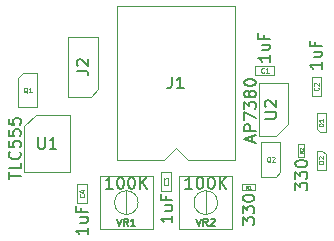
<source format=gbr>
%TF.GenerationSoftware,KiCad,Pcbnew,8.0.4*%
%TF.CreationDate,2024-09-07T16:18:19-07:00*%
%TF.ProjectId,upiez,75706965-7a2e-46b6-9963-61645f706362,rev?*%
%TF.SameCoordinates,Original*%
%TF.FileFunction,AssemblyDrawing,Top*%
%FSLAX46Y46*%
G04 Gerber Fmt 4.6, Leading zero omitted, Abs format (unit mm)*
G04 Created by KiCad (PCBNEW 8.0.4) date 2024-09-07 16:18:19*
%MOMM*%
%LPD*%
G01*
G04 APERTURE LIST*
%ADD10C,0.150000*%
%ADD11C,0.060000*%
%ADD12C,0.040000*%
%ADD13C,0.100000*%
G04 APERTURE END LIST*
D10*
X39977219Y-43318038D02*
X39977219Y-43889466D01*
X39977219Y-43603752D02*
X38977219Y-43603752D01*
X38977219Y-43603752D02*
X39120076Y-43698990D01*
X39120076Y-43698990D02*
X39215314Y-43794228D01*
X39215314Y-43794228D02*
X39262933Y-43889466D01*
X39310552Y-42460895D02*
X39977219Y-42460895D01*
X39310552Y-42889466D02*
X39834361Y-42889466D01*
X39834361Y-42889466D02*
X39929600Y-42841847D01*
X39929600Y-42841847D02*
X39977219Y-42746609D01*
X39977219Y-42746609D02*
X39977219Y-42603752D01*
X39977219Y-42603752D02*
X39929600Y-42508514D01*
X39929600Y-42508514D02*
X39881980Y-42460895D01*
X39453409Y-41651371D02*
X39453409Y-41984704D01*
X39977219Y-41984704D02*
X38977219Y-41984704D01*
X38977219Y-41984704D02*
X38977219Y-41508514D01*
D11*
X39590032Y-40503466D02*
X39609080Y-40522514D01*
X39609080Y-40522514D02*
X39628127Y-40579656D01*
X39628127Y-40579656D02*
X39628127Y-40617752D01*
X39628127Y-40617752D02*
X39609080Y-40674895D01*
X39609080Y-40674895D02*
X39570984Y-40712990D01*
X39570984Y-40712990D02*
X39532889Y-40732037D01*
X39532889Y-40732037D02*
X39456699Y-40751085D01*
X39456699Y-40751085D02*
X39399556Y-40751085D01*
X39399556Y-40751085D02*
X39323365Y-40732037D01*
X39323365Y-40732037D02*
X39285270Y-40712990D01*
X39285270Y-40712990D02*
X39247175Y-40674895D01*
X39247175Y-40674895D02*
X39228127Y-40617752D01*
X39228127Y-40617752D02*
X39228127Y-40579656D01*
X39228127Y-40579656D02*
X39247175Y-40522514D01*
X39247175Y-40522514D02*
X39266222Y-40503466D01*
X39228127Y-40370133D02*
X39228127Y-40122514D01*
X39228127Y-40122514D02*
X39380508Y-40255847D01*
X39380508Y-40255847D02*
X39380508Y-40198704D01*
X39380508Y-40198704D02*
X39399556Y-40160609D01*
X39399556Y-40160609D02*
X39418603Y-40141561D01*
X39418603Y-40141561D02*
X39456699Y-40122514D01*
X39456699Y-40122514D02*
X39551937Y-40122514D01*
X39551937Y-40122514D02*
X39590032Y-40141561D01*
X39590032Y-40141561D02*
X39609080Y-40160609D01*
X39609080Y-40160609D02*
X39628127Y-40198704D01*
X39628127Y-40198704D02*
X39628127Y-40312990D01*
X39628127Y-40312990D02*
X39609080Y-40351085D01*
X39609080Y-40351085D02*
X39590032Y-40370133D01*
D10*
X41632333Y-41044019D02*
X41060905Y-41044019D01*
X41346619Y-41044019D02*
X41346619Y-40044019D01*
X41346619Y-40044019D02*
X41251381Y-40186876D01*
X41251381Y-40186876D02*
X41156143Y-40282114D01*
X41156143Y-40282114D02*
X41060905Y-40329733D01*
X42251381Y-40044019D02*
X42346619Y-40044019D01*
X42346619Y-40044019D02*
X42441857Y-40091638D01*
X42441857Y-40091638D02*
X42489476Y-40139257D01*
X42489476Y-40139257D02*
X42537095Y-40234495D01*
X42537095Y-40234495D02*
X42584714Y-40424971D01*
X42584714Y-40424971D02*
X42584714Y-40663066D01*
X42584714Y-40663066D02*
X42537095Y-40853542D01*
X42537095Y-40853542D02*
X42489476Y-40948780D01*
X42489476Y-40948780D02*
X42441857Y-40996400D01*
X42441857Y-40996400D02*
X42346619Y-41044019D01*
X42346619Y-41044019D02*
X42251381Y-41044019D01*
X42251381Y-41044019D02*
X42156143Y-40996400D01*
X42156143Y-40996400D02*
X42108524Y-40948780D01*
X42108524Y-40948780D02*
X42060905Y-40853542D01*
X42060905Y-40853542D02*
X42013286Y-40663066D01*
X42013286Y-40663066D02*
X42013286Y-40424971D01*
X42013286Y-40424971D02*
X42060905Y-40234495D01*
X42060905Y-40234495D02*
X42108524Y-40139257D01*
X42108524Y-40139257D02*
X42156143Y-40091638D01*
X42156143Y-40091638D02*
X42251381Y-40044019D01*
X43203762Y-40044019D02*
X43299000Y-40044019D01*
X43299000Y-40044019D02*
X43394238Y-40091638D01*
X43394238Y-40091638D02*
X43441857Y-40139257D01*
X43441857Y-40139257D02*
X43489476Y-40234495D01*
X43489476Y-40234495D02*
X43537095Y-40424971D01*
X43537095Y-40424971D02*
X43537095Y-40663066D01*
X43537095Y-40663066D02*
X43489476Y-40853542D01*
X43489476Y-40853542D02*
X43441857Y-40948780D01*
X43441857Y-40948780D02*
X43394238Y-40996400D01*
X43394238Y-40996400D02*
X43299000Y-41044019D01*
X43299000Y-41044019D02*
X43203762Y-41044019D01*
X43203762Y-41044019D02*
X43108524Y-40996400D01*
X43108524Y-40996400D02*
X43060905Y-40948780D01*
X43060905Y-40948780D02*
X43013286Y-40853542D01*
X43013286Y-40853542D02*
X42965667Y-40663066D01*
X42965667Y-40663066D02*
X42965667Y-40424971D01*
X42965667Y-40424971D02*
X43013286Y-40234495D01*
X43013286Y-40234495D02*
X43060905Y-40139257D01*
X43060905Y-40139257D02*
X43108524Y-40091638D01*
X43108524Y-40091638D02*
X43203762Y-40044019D01*
X43965667Y-41044019D02*
X43965667Y-40044019D01*
X44537095Y-41044019D02*
X44108524Y-40472590D01*
X44537095Y-40044019D02*
X43965667Y-40615447D01*
X41974000Y-43568450D02*
X42184000Y-44198450D01*
X42184000Y-44198450D02*
X42394000Y-43568450D01*
X42964000Y-44198450D02*
X42754000Y-43898450D01*
X42604000Y-44198450D02*
X42604000Y-43568450D01*
X42604000Y-43568450D02*
X42844000Y-43568450D01*
X42844000Y-43568450D02*
X42904000Y-43598450D01*
X42904000Y-43598450D02*
X42934000Y-43628450D01*
X42934000Y-43628450D02*
X42964000Y-43688450D01*
X42964000Y-43688450D02*
X42964000Y-43778450D01*
X42964000Y-43778450D02*
X42934000Y-43838450D01*
X42934000Y-43838450D02*
X42904000Y-43868450D01*
X42904000Y-43868450D02*
X42844000Y-43898450D01*
X42844000Y-43898450D02*
X42604000Y-43898450D01*
X43204000Y-43628450D02*
X43234000Y-43598450D01*
X43234000Y-43598450D02*
X43294000Y-43568450D01*
X43294000Y-43568450D02*
X43444000Y-43568450D01*
X43444000Y-43568450D02*
X43504000Y-43598450D01*
X43504000Y-43598450D02*
X43534000Y-43628450D01*
X43534000Y-43628450D02*
X43564000Y-43688450D01*
X43564000Y-43688450D02*
X43564000Y-43748450D01*
X43564000Y-43748450D02*
X43534000Y-43838450D01*
X43534000Y-43838450D02*
X43174000Y-44198450D01*
X43174000Y-44198450D02*
X43564000Y-44198450D01*
X26124819Y-40211047D02*
X26124819Y-39639619D01*
X27124819Y-39925333D02*
X26124819Y-39925333D01*
X27124819Y-38830095D02*
X27124819Y-39306285D01*
X27124819Y-39306285D02*
X26124819Y-39306285D01*
X27029580Y-37925333D02*
X27077200Y-37972952D01*
X27077200Y-37972952D02*
X27124819Y-38115809D01*
X27124819Y-38115809D02*
X27124819Y-38211047D01*
X27124819Y-38211047D02*
X27077200Y-38353904D01*
X27077200Y-38353904D02*
X26981961Y-38449142D01*
X26981961Y-38449142D02*
X26886723Y-38496761D01*
X26886723Y-38496761D02*
X26696247Y-38544380D01*
X26696247Y-38544380D02*
X26553390Y-38544380D01*
X26553390Y-38544380D02*
X26362914Y-38496761D01*
X26362914Y-38496761D02*
X26267676Y-38449142D01*
X26267676Y-38449142D02*
X26172438Y-38353904D01*
X26172438Y-38353904D02*
X26124819Y-38211047D01*
X26124819Y-38211047D02*
X26124819Y-38115809D01*
X26124819Y-38115809D02*
X26172438Y-37972952D01*
X26172438Y-37972952D02*
X26220057Y-37925333D01*
X26124819Y-37020571D02*
X26124819Y-37496761D01*
X26124819Y-37496761D02*
X26601009Y-37544380D01*
X26601009Y-37544380D02*
X26553390Y-37496761D01*
X26553390Y-37496761D02*
X26505771Y-37401523D01*
X26505771Y-37401523D02*
X26505771Y-37163428D01*
X26505771Y-37163428D02*
X26553390Y-37068190D01*
X26553390Y-37068190D02*
X26601009Y-37020571D01*
X26601009Y-37020571D02*
X26696247Y-36972952D01*
X26696247Y-36972952D02*
X26934342Y-36972952D01*
X26934342Y-36972952D02*
X27029580Y-37020571D01*
X27029580Y-37020571D02*
X27077200Y-37068190D01*
X27077200Y-37068190D02*
X27124819Y-37163428D01*
X27124819Y-37163428D02*
X27124819Y-37401523D01*
X27124819Y-37401523D02*
X27077200Y-37496761D01*
X27077200Y-37496761D02*
X27029580Y-37544380D01*
X26124819Y-36068190D02*
X26124819Y-36544380D01*
X26124819Y-36544380D02*
X26601009Y-36591999D01*
X26601009Y-36591999D02*
X26553390Y-36544380D01*
X26553390Y-36544380D02*
X26505771Y-36449142D01*
X26505771Y-36449142D02*
X26505771Y-36211047D01*
X26505771Y-36211047D02*
X26553390Y-36115809D01*
X26553390Y-36115809D02*
X26601009Y-36068190D01*
X26601009Y-36068190D02*
X26696247Y-36020571D01*
X26696247Y-36020571D02*
X26934342Y-36020571D01*
X26934342Y-36020571D02*
X27029580Y-36068190D01*
X27029580Y-36068190D02*
X27077200Y-36115809D01*
X27077200Y-36115809D02*
X27124819Y-36211047D01*
X27124819Y-36211047D02*
X27124819Y-36449142D01*
X27124819Y-36449142D02*
X27077200Y-36544380D01*
X27077200Y-36544380D02*
X27029580Y-36591999D01*
X26124819Y-35115809D02*
X26124819Y-35591999D01*
X26124819Y-35591999D02*
X26601009Y-35639618D01*
X26601009Y-35639618D02*
X26553390Y-35591999D01*
X26553390Y-35591999D02*
X26505771Y-35496761D01*
X26505771Y-35496761D02*
X26505771Y-35258666D01*
X26505771Y-35258666D02*
X26553390Y-35163428D01*
X26553390Y-35163428D02*
X26601009Y-35115809D01*
X26601009Y-35115809D02*
X26696247Y-35068190D01*
X26696247Y-35068190D02*
X26934342Y-35068190D01*
X26934342Y-35068190D02*
X27029580Y-35115809D01*
X27029580Y-35115809D02*
X27077200Y-35163428D01*
X27077200Y-35163428D02*
X27124819Y-35258666D01*
X27124819Y-35258666D02*
X27124819Y-35496761D01*
X27124819Y-35496761D02*
X27077200Y-35591999D01*
X27077200Y-35591999D02*
X27029580Y-35639618D01*
X28615733Y-36676566D02*
X28615733Y-37469900D01*
X28615733Y-37469900D02*
X28662400Y-37563233D01*
X28662400Y-37563233D02*
X28709066Y-37609900D01*
X28709066Y-37609900D02*
X28802400Y-37656566D01*
X28802400Y-37656566D02*
X28989066Y-37656566D01*
X28989066Y-37656566D02*
X29082400Y-37609900D01*
X29082400Y-37609900D02*
X29129066Y-37563233D01*
X29129066Y-37563233D02*
X29175733Y-37469900D01*
X29175733Y-37469900D02*
X29175733Y-36676566D01*
X30155733Y-37656566D02*
X29595733Y-37656566D01*
X29875733Y-37656566D02*
X29875733Y-36676566D01*
X29875733Y-36676566D02*
X29782400Y-36816566D01*
X29782400Y-36816566D02*
X29689067Y-36909900D01*
X29689067Y-36909900D02*
X29595733Y-36956566D01*
X31865219Y-31067333D02*
X32579504Y-31067333D01*
X32579504Y-31067333D02*
X32722361Y-31114952D01*
X32722361Y-31114952D02*
X32817600Y-31210190D01*
X32817600Y-31210190D02*
X32865219Y-31353047D01*
X32865219Y-31353047D02*
X32865219Y-31448285D01*
X31960457Y-30638761D02*
X31912838Y-30591142D01*
X31912838Y-30591142D02*
X31865219Y-30495904D01*
X31865219Y-30495904D02*
X31865219Y-30257809D01*
X31865219Y-30257809D02*
X31912838Y-30162571D01*
X31912838Y-30162571D02*
X31960457Y-30114952D01*
X31960457Y-30114952D02*
X32055695Y-30067333D01*
X32055695Y-30067333D02*
X32150933Y-30067333D01*
X32150933Y-30067333D02*
X32293790Y-30114952D01*
X32293790Y-30114952D02*
X32865219Y-30686380D01*
X32865219Y-30686380D02*
X32865219Y-30067333D01*
D11*
X52759927Y-38918437D02*
X52359927Y-38918437D01*
X52359927Y-38918437D02*
X52359927Y-38823199D01*
X52359927Y-38823199D02*
X52378975Y-38766056D01*
X52378975Y-38766056D02*
X52417070Y-38727961D01*
X52417070Y-38727961D02*
X52455165Y-38708914D01*
X52455165Y-38708914D02*
X52531356Y-38689866D01*
X52531356Y-38689866D02*
X52588499Y-38689866D01*
X52588499Y-38689866D02*
X52664689Y-38708914D01*
X52664689Y-38708914D02*
X52702784Y-38727961D01*
X52702784Y-38727961D02*
X52740880Y-38766056D01*
X52740880Y-38766056D02*
X52759927Y-38823199D01*
X52759927Y-38823199D02*
X52759927Y-38918437D01*
X52398022Y-38537485D02*
X52378975Y-38518437D01*
X52378975Y-38518437D02*
X52359927Y-38480342D01*
X52359927Y-38480342D02*
X52359927Y-38385104D01*
X52359927Y-38385104D02*
X52378975Y-38347009D01*
X52378975Y-38347009D02*
X52398022Y-38327961D01*
X52398022Y-38327961D02*
X52436118Y-38308914D01*
X52436118Y-38308914D02*
X52474213Y-38308914D01*
X52474213Y-38308914D02*
X52531356Y-38327961D01*
X52531356Y-38327961D02*
X52759927Y-38556533D01*
X52759927Y-38556533D02*
X52759927Y-38308914D01*
D10*
X39925666Y-31546819D02*
X39925666Y-32261104D01*
X39925666Y-32261104D02*
X39878047Y-32403961D01*
X39878047Y-32403961D02*
X39782809Y-32499200D01*
X39782809Y-32499200D02*
X39639952Y-32546819D01*
X39639952Y-32546819D02*
X39544714Y-32546819D01*
X40925666Y-32546819D02*
X40354238Y-32546819D01*
X40639952Y-32546819D02*
X40639952Y-31546819D01*
X40639952Y-31546819D02*
X40544714Y-31689676D01*
X40544714Y-31689676D02*
X40449476Y-31784914D01*
X40449476Y-31784914D02*
X40354238Y-31832533D01*
X52601019Y-30313238D02*
X52601019Y-30884666D01*
X52601019Y-30598952D02*
X51601019Y-30598952D01*
X51601019Y-30598952D02*
X51743876Y-30694190D01*
X51743876Y-30694190D02*
X51839114Y-30789428D01*
X51839114Y-30789428D02*
X51886733Y-30884666D01*
X51934352Y-29456095D02*
X52601019Y-29456095D01*
X51934352Y-29884666D02*
X52458161Y-29884666D01*
X52458161Y-29884666D02*
X52553400Y-29837047D01*
X52553400Y-29837047D02*
X52601019Y-29741809D01*
X52601019Y-29741809D02*
X52601019Y-29598952D01*
X52601019Y-29598952D02*
X52553400Y-29503714D01*
X52553400Y-29503714D02*
X52505780Y-29456095D01*
X52077209Y-28646571D02*
X52077209Y-28979904D01*
X52601019Y-28979904D02*
X51601019Y-28979904D01*
X51601019Y-28979904D02*
X51601019Y-28503714D01*
D11*
X52315432Y-32477066D02*
X52334480Y-32496114D01*
X52334480Y-32496114D02*
X52353527Y-32553256D01*
X52353527Y-32553256D02*
X52353527Y-32591352D01*
X52353527Y-32591352D02*
X52334480Y-32648495D01*
X52334480Y-32648495D02*
X52296384Y-32686590D01*
X52296384Y-32686590D02*
X52258289Y-32705637D01*
X52258289Y-32705637D02*
X52182099Y-32724685D01*
X52182099Y-32724685D02*
X52124956Y-32724685D01*
X52124956Y-32724685D02*
X52048765Y-32705637D01*
X52048765Y-32705637D02*
X52010670Y-32686590D01*
X52010670Y-32686590D02*
X51972575Y-32648495D01*
X51972575Y-32648495D02*
X51953527Y-32591352D01*
X51953527Y-32591352D02*
X51953527Y-32553256D01*
X51953527Y-32553256D02*
X51972575Y-32496114D01*
X51972575Y-32496114D02*
X51991622Y-32477066D01*
X51991622Y-32324685D02*
X51972575Y-32305637D01*
X51972575Y-32305637D02*
X51953527Y-32267542D01*
X51953527Y-32267542D02*
X51953527Y-32172304D01*
X51953527Y-32172304D02*
X51972575Y-32134209D01*
X51972575Y-32134209D02*
X51991622Y-32115161D01*
X51991622Y-32115161D02*
X52029718Y-32096114D01*
X52029718Y-32096114D02*
X52067813Y-32096114D01*
X52067813Y-32096114D02*
X52124956Y-32115161D01*
X52124956Y-32115161D02*
X52353527Y-32343733D01*
X52353527Y-32343733D02*
X52353527Y-32096114D01*
X52759927Y-35743437D02*
X52359927Y-35743437D01*
X52359927Y-35743437D02*
X52359927Y-35648199D01*
X52359927Y-35648199D02*
X52378975Y-35591056D01*
X52378975Y-35591056D02*
X52417070Y-35552961D01*
X52417070Y-35552961D02*
X52455165Y-35533914D01*
X52455165Y-35533914D02*
X52531356Y-35514866D01*
X52531356Y-35514866D02*
X52588499Y-35514866D01*
X52588499Y-35514866D02*
X52664689Y-35533914D01*
X52664689Y-35533914D02*
X52702784Y-35552961D01*
X52702784Y-35552961D02*
X52740880Y-35591056D01*
X52740880Y-35591056D02*
X52759927Y-35648199D01*
X52759927Y-35648199D02*
X52759927Y-35743437D01*
X52759927Y-35133914D02*
X52759927Y-35362485D01*
X52759927Y-35248199D02*
X52359927Y-35248199D01*
X52359927Y-35248199D02*
X52417070Y-35286295D01*
X52417070Y-35286295D02*
X52455165Y-35324390D01*
X52455165Y-35324390D02*
X52474213Y-35362485D01*
D10*
X50381819Y-41163713D02*
X50381819Y-40544666D01*
X50381819Y-40544666D02*
X50762771Y-40877999D01*
X50762771Y-40877999D02*
X50762771Y-40735142D01*
X50762771Y-40735142D02*
X50810390Y-40639904D01*
X50810390Y-40639904D02*
X50858009Y-40592285D01*
X50858009Y-40592285D02*
X50953247Y-40544666D01*
X50953247Y-40544666D02*
X51191342Y-40544666D01*
X51191342Y-40544666D02*
X51286580Y-40592285D01*
X51286580Y-40592285D02*
X51334200Y-40639904D01*
X51334200Y-40639904D02*
X51381819Y-40735142D01*
X51381819Y-40735142D02*
X51381819Y-41020856D01*
X51381819Y-41020856D02*
X51334200Y-41116094D01*
X51334200Y-41116094D02*
X51286580Y-41163713D01*
X50381819Y-40211332D02*
X50381819Y-39592285D01*
X50381819Y-39592285D02*
X50762771Y-39925618D01*
X50762771Y-39925618D02*
X50762771Y-39782761D01*
X50762771Y-39782761D02*
X50810390Y-39687523D01*
X50810390Y-39687523D02*
X50858009Y-39639904D01*
X50858009Y-39639904D02*
X50953247Y-39592285D01*
X50953247Y-39592285D02*
X51191342Y-39592285D01*
X51191342Y-39592285D02*
X51286580Y-39639904D01*
X51286580Y-39639904D02*
X51334200Y-39687523D01*
X51334200Y-39687523D02*
X51381819Y-39782761D01*
X51381819Y-39782761D02*
X51381819Y-40068475D01*
X51381819Y-40068475D02*
X51334200Y-40163713D01*
X51334200Y-40163713D02*
X51286580Y-40211332D01*
X50381819Y-38973237D02*
X50381819Y-38877999D01*
X50381819Y-38877999D02*
X50429438Y-38782761D01*
X50429438Y-38782761D02*
X50477057Y-38735142D01*
X50477057Y-38735142D02*
X50572295Y-38687523D01*
X50572295Y-38687523D02*
X50762771Y-38639904D01*
X50762771Y-38639904D02*
X51000866Y-38639904D01*
X51000866Y-38639904D02*
X51191342Y-38687523D01*
X51191342Y-38687523D02*
X51286580Y-38735142D01*
X51286580Y-38735142D02*
X51334200Y-38782761D01*
X51334200Y-38782761D02*
X51381819Y-38877999D01*
X51381819Y-38877999D02*
X51381819Y-38973237D01*
X51381819Y-38973237D02*
X51334200Y-39068475D01*
X51334200Y-39068475D02*
X51286580Y-39116094D01*
X51286580Y-39116094D02*
X51191342Y-39163713D01*
X51191342Y-39163713D02*
X51000866Y-39211332D01*
X51000866Y-39211332D02*
X50762771Y-39211332D01*
X50762771Y-39211332D02*
X50572295Y-39163713D01*
X50572295Y-39163713D02*
X50477057Y-39116094D01*
X50477057Y-39116094D02*
X50429438Y-39068475D01*
X50429438Y-39068475D02*
X50381819Y-38973237D01*
D12*
X50994400Y-37853732D02*
X50870591Y-37940399D01*
X50994400Y-38002304D02*
X50734400Y-38002304D01*
X50734400Y-38002304D02*
X50734400Y-37903256D01*
X50734400Y-37903256D02*
X50746781Y-37878494D01*
X50746781Y-37878494D02*
X50759162Y-37866113D01*
X50759162Y-37866113D02*
X50783924Y-37853732D01*
X50783924Y-37853732D02*
X50821067Y-37853732D01*
X50821067Y-37853732D02*
X50845829Y-37866113D01*
X50845829Y-37866113D02*
X50858210Y-37878494D01*
X50858210Y-37878494D02*
X50870591Y-37903256D01*
X50870591Y-37903256D02*
X50870591Y-38002304D01*
X50759162Y-37754685D02*
X50746781Y-37742304D01*
X50746781Y-37742304D02*
X50734400Y-37717542D01*
X50734400Y-37717542D02*
X50734400Y-37655637D01*
X50734400Y-37655637D02*
X50746781Y-37630875D01*
X50746781Y-37630875D02*
X50759162Y-37618494D01*
X50759162Y-37618494D02*
X50783924Y-37606113D01*
X50783924Y-37606113D02*
X50808686Y-37606113D01*
X50808686Y-37606113D02*
X50845829Y-37618494D01*
X50845829Y-37618494D02*
X50994400Y-37767066D01*
X50994400Y-37767066D02*
X50994400Y-37606113D01*
D10*
X32789019Y-44334038D02*
X32789019Y-44905466D01*
X32789019Y-44619752D02*
X31789019Y-44619752D01*
X31789019Y-44619752D02*
X31931876Y-44714990D01*
X31931876Y-44714990D02*
X32027114Y-44810228D01*
X32027114Y-44810228D02*
X32074733Y-44905466D01*
X32122352Y-43476895D02*
X32789019Y-43476895D01*
X32122352Y-43905466D02*
X32646161Y-43905466D01*
X32646161Y-43905466D02*
X32741400Y-43857847D01*
X32741400Y-43857847D02*
X32789019Y-43762609D01*
X32789019Y-43762609D02*
X32789019Y-43619752D01*
X32789019Y-43619752D02*
X32741400Y-43524514D01*
X32741400Y-43524514D02*
X32693780Y-43476895D01*
X32265209Y-42667371D02*
X32265209Y-43000704D01*
X32789019Y-43000704D02*
X31789019Y-43000704D01*
X31789019Y-43000704D02*
X31789019Y-42524514D01*
D11*
X32478032Y-41519466D02*
X32497080Y-41538514D01*
X32497080Y-41538514D02*
X32516127Y-41595656D01*
X32516127Y-41595656D02*
X32516127Y-41633752D01*
X32516127Y-41633752D02*
X32497080Y-41690895D01*
X32497080Y-41690895D02*
X32458984Y-41728990D01*
X32458984Y-41728990D02*
X32420889Y-41748037D01*
X32420889Y-41748037D02*
X32344699Y-41767085D01*
X32344699Y-41767085D02*
X32287556Y-41767085D01*
X32287556Y-41767085D02*
X32211365Y-41748037D01*
X32211365Y-41748037D02*
X32173270Y-41728990D01*
X32173270Y-41728990D02*
X32135175Y-41690895D01*
X32135175Y-41690895D02*
X32116127Y-41633752D01*
X32116127Y-41633752D02*
X32116127Y-41595656D01*
X32116127Y-41595656D02*
X32135175Y-41538514D01*
X32135175Y-41538514D02*
X32154222Y-41519466D01*
X32249460Y-41176609D02*
X32516127Y-41176609D01*
X32097080Y-41271847D02*
X32382794Y-41367085D01*
X32382794Y-41367085D02*
X32382794Y-41119466D01*
X27698704Y-32920022D02*
X27660609Y-32900975D01*
X27660609Y-32900975D02*
X27622514Y-32862880D01*
X27622514Y-32862880D02*
X27565371Y-32805737D01*
X27565371Y-32805737D02*
X27527276Y-32786689D01*
X27527276Y-32786689D02*
X27489180Y-32786689D01*
X27508228Y-32881927D02*
X27470133Y-32862880D01*
X27470133Y-32862880D02*
X27432038Y-32824784D01*
X27432038Y-32824784D02*
X27412990Y-32748594D01*
X27412990Y-32748594D02*
X27412990Y-32615260D01*
X27412990Y-32615260D02*
X27432038Y-32539070D01*
X27432038Y-32539070D02*
X27470133Y-32500975D01*
X27470133Y-32500975D02*
X27508228Y-32481927D01*
X27508228Y-32481927D02*
X27584419Y-32481927D01*
X27584419Y-32481927D02*
X27622514Y-32500975D01*
X27622514Y-32500975D02*
X27660609Y-32539070D01*
X27660609Y-32539070D02*
X27679657Y-32615260D01*
X27679657Y-32615260D02*
X27679657Y-32748594D01*
X27679657Y-32748594D02*
X27660609Y-32824784D01*
X27660609Y-32824784D02*
X27622514Y-32862880D01*
X27622514Y-32862880D02*
X27584419Y-32881927D01*
X27584419Y-32881927D02*
X27508228Y-32881927D01*
X28060609Y-32881927D02*
X27832038Y-32881927D01*
X27946324Y-32881927D02*
X27946324Y-32481927D01*
X27946324Y-32481927D02*
X27908228Y-32539070D01*
X27908228Y-32539070D02*
X27870133Y-32577165D01*
X27870133Y-32577165D02*
X27832038Y-32596213D01*
D10*
X46752704Y-37059856D02*
X46752704Y-36583666D01*
X47038419Y-37155094D02*
X46038419Y-36821761D01*
X46038419Y-36821761D02*
X47038419Y-36488428D01*
X47038419Y-36155094D02*
X46038419Y-36155094D01*
X46038419Y-36155094D02*
X46038419Y-35774142D01*
X46038419Y-35774142D02*
X46086038Y-35678904D01*
X46086038Y-35678904D02*
X46133657Y-35631285D01*
X46133657Y-35631285D02*
X46228895Y-35583666D01*
X46228895Y-35583666D02*
X46371752Y-35583666D01*
X46371752Y-35583666D02*
X46466990Y-35631285D01*
X46466990Y-35631285D02*
X46514609Y-35678904D01*
X46514609Y-35678904D02*
X46562228Y-35774142D01*
X46562228Y-35774142D02*
X46562228Y-36155094D01*
X46038419Y-35250332D02*
X46038419Y-34583666D01*
X46038419Y-34583666D02*
X47038419Y-35012237D01*
X46038419Y-34297951D02*
X46038419Y-33678904D01*
X46038419Y-33678904D02*
X46419371Y-34012237D01*
X46419371Y-34012237D02*
X46419371Y-33869380D01*
X46419371Y-33869380D02*
X46466990Y-33774142D01*
X46466990Y-33774142D02*
X46514609Y-33726523D01*
X46514609Y-33726523D02*
X46609847Y-33678904D01*
X46609847Y-33678904D02*
X46847942Y-33678904D01*
X46847942Y-33678904D02*
X46943180Y-33726523D01*
X46943180Y-33726523D02*
X46990800Y-33774142D01*
X46990800Y-33774142D02*
X47038419Y-33869380D01*
X47038419Y-33869380D02*
X47038419Y-34155094D01*
X47038419Y-34155094D02*
X46990800Y-34250332D01*
X46990800Y-34250332D02*
X46943180Y-34297951D01*
X46466990Y-33107475D02*
X46419371Y-33202713D01*
X46419371Y-33202713D02*
X46371752Y-33250332D01*
X46371752Y-33250332D02*
X46276514Y-33297951D01*
X46276514Y-33297951D02*
X46228895Y-33297951D01*
X46228895Y-33297951D02*
X46133657Y-33250332D01*
X46133657Y-33250332D02*
X46086038Y-33202713D01*
X46086038Y-33202713D02*
X46038419Y-33107475D01*
X46038419Y-33107475D02*
X46038419Y-32916999D01*
X46038419Y-32916999D02*
X46086038Y-32821761D01*
X46086038Y-32821761D02*
X46133657Y-32774142D01*
X46133657Y-32774142D02*
X46228895Y-32726523D01*
X46228895Y-32726523D02*
X46276514Y-32726523D01*
X46276514Y-32726523D02*
X46371752Y-32774142D01*
X46371752Y-32774142D02*
X46419371Y-32821761D01*
X46419371Y-32821761D02*
X46466990Y-32916999D01*
X46466990Y-32916999D02*
X46466990Y-33107475D01*
X46466990Y-33107475D02*
X46514609Y-33202713D01*
X46514609Y-33202713D02*
X46562228Y-33250332D01*
X46562228Y-33250332D02*
X46657466Y-33297951D01*
X46657466Y-33297951D02*
X46847942Y-33297951D01*
X46847942Y-33297951D02*
X46943180Y-33250332D01*
X46943180Y-33250332D02*
X46990800Y-33202713D01*
X46990800Y-33202713D02*
X47038419Y-33107475D01*
X47038419Y-33107475D02*
X47038419Y-32916999D01*
X47038419Y-32916999D02*
X46990800Y-32821761D01*
X46990800Y-32821761D02*
X46943180Y-32774142D01*
X46943180Y-32774142D02*
X46847942Y-32726523D01*
X46847942Y-32726523D02*
X46657466Y-32726523D01*
X46657466Y-32726523D02*
X46562228Y-32774142D01*
X46562228Y-32774142D02*
X46514609Y-32821761D01*
X46514609Y-32821761D02*
X46466990Y-32916999D01*
X46038419Y-32107475D02*
X46038419Y-32012237D01*
X46038419Y-32012237D02*
X46086038Y-31916999D01*
X46086038Y-31916999D02*
X46133657Y-31869380D01*
X46133657Y-31869380D02*
X46228895Y-31821761D01*
X46228895Y-31821761D02*
X46419371Y-31774142D01*
X46419371Y-31774142D02*
X46657466Y-31774142D01*
X46657466Y-31774142D02*
X46847942Y-31821761D01*
X46847942Y-31821761D02*
X46943180Y-31869380D01*
X46943180Y-31869380D02*
X46990800Y-31916999D01*
X46990800Y-31916999D02*
X47038419Y-32012237D01*
X47038419Y-32012237D02*
X47038419Y-32107475D01*
X47038419Y-32107475D02*
X46990800Y-32202713D01*
X46990800Y-32202713D02*
X46943180Y-32250332D01*
X46943180Y-32250332D02*
X46847942Y-32297951D01*
X46847942Y-32297951D02*
X46657466Y-32345570D01*
X46657466Y-32345570D02*
X46419371Y-32345570D01*
X46419371Y-32345570D02*
X46228895Y-32297951D01*
X46228895Y-32297951D02*
X46133657Y-32250332D01*
X46133657Y-32250332D02*
X46086038Y-32202713D01*
X46086038Y-32202713D02*
X46038419Y-32107475D01*
X47773619Y-35105804D02*
X48583142Y-35105804D01*
X48583142Y-35105804D02*
X48678380Y-35058185D01*
X48678380Y-35058185D02*
X48726000Y-35010566D01*
X48726000Y-35010566D02*
X48773619Y-34915328D01*
X48773619Y-34915328D02*
X48773619Y-34724852D01*
X48773619Y-34724852D02*
X48726000Y-34629614D01*
X48726000Y-34629614D02*
X48678380Y-34581995D01*
X48678380Y-34581995D02*
X48583142Y-34534376D01*
X48583142Y-34534376D02*
X47773619Y-34534376D01*
X47868857Y-34105804D02*
X47821238Y-34058185D01*
X47821238Y-34058185D02*
X47773619Y-33962947D01*
X47773619Y-33962947D02*
X47773619Y-33724852D01*
X47773619Y-33724852D02*
X47821238Y-33629614D01*
X47821238Y-33629614D02*
X47868857Y-33581995D01*
X47868857Y-33581995D02*
X47964095Y-33534376D01*
X47964095Y-33534376D02*
X48059333Y-33534376D01*
X48059333Y-33534376D02*
X48202190Y-33581995D01*
X48202190Y-33581995D02*
X48773619Y-34153423D01*
X48773619Y-34153423D02*
X48773619Y-33534376D01*
X48232219Y-29703638D02*
X48232219Y-30275066D01*
X48232219Y-29989352D02*
X47232219Y-29989352D01*
X47232219Y-29989352D02*
X47375076Y-30084590D01*
X47375076Y-30084590D02*
X47470314Y-30179828D01*
X47470314Y-30179828D02*
X47517933Y-30275066D01*
X47565552Y-28846495D02*
X48232219Y-28846495D01*
X47565552Y-29275066D02*
X48089361Y-29275066D01*
X48089361Y-29275066D02*
X48184600Y-29227447D01*
X48184600Y-29227447D02*
X48232219Y-29132209D01*
X48232219Y-29132209D02*
X48232219Y-28989352D01*
X48232219Y-28989352D02*
X48184600Y-28894114D01*
X48184600Y-28894114D02*
X48136980Y-28846495D01*
X47708409Y-28036971D02*
X47708409Y-28370304D01*
X48232219Y-28370304D02*
X47232219Y-28370304D01*
X47232219Y-28370304D02*
X47232219Y-27894114D01*
D11*
X47736133Y-31182632D02*
X47717085Y-31201680D01*
X47717085Y-31201680D02*
X47659943Y-31220727D01*
X47659943Y-31220727D02*
X47621847Y-31220727D01*
X47621847Y-31220727D02*
X47564704Y-31201680D01*
X47564704Y-31201680D02*
X47526609Y-31163584D01*
X47526609Y-31163584D02*
X47507562Y-31125489D01*
X47507562Y-31125489D02*
X47488514Y-31049299D01*
X47488514Y-31049299D02*
X47488514Y-30992156D01*
X47488514Y-30992156D02*
X47507562Y-30915965D01*
X47507562Y-30915965D02*
X47526609Y-30877870D01*
X47526609Y-30877870D02*
X47564704Y-30839775D01*
X47564704Y-30839775D02*
X47621847Y-30820727D01*
X47621847Y-30820727D02*
X47659943Y-30820727D01*
X47659943Y-30820727D02*
X47717085Y-30839775D01*
X47717085Y-30839775D02*
X47736133Y-30858822D01*
X48117085Y-31220727D02*
X47888514Y-31220727D01*
X48002800Y-31220727D02*
X48002800Y-30820727D01*
X48002800Y-30820727D02*
X47964704Y-30877870D01*
X47964704Y-30877870D02*
X47926609Y-30915965D01*
X47926609Y-30915965D02*
X47888514Y-30935013D01*
D10*
X34901333Y-41044019D02*
X34329905Y-41044019D01*
X34615619Y-41044019D02*
X34615619Y-40044019D01*
X34615619Y-40044019D02*
X34520381Y-40186876D01*
X34520381Y-40186876D02*
X34425143Y-40282114D01*
X34425143Y-40282114D02*
X34329905Y-40329733D01*
X35520381Y-40044019D02*
X35615619Y-40044019D01*
X35615619Y-40044019D02*
X35710857Y-40091638D01*
X35710857Y-40091638D02*
X35758476Y-40139257D01*
X35758476Y-40139257D02*
X35806095Y-40234495D01*
X35806095Y-40234495D02*
X35853714Y-40424971D01*
X35853714Y-40424971D02*
X35853714Y-40663066D01*
X35853714Y-40663066D02*
X35806095Y-40853542D01*
X35806095Y-40853542D02*
X35758476Y-40948780D01*
X35758476Y-40948780D02*
X35710857Y-40996400D01*
X35710857Y-40996400D02*
X35615619Y-41044019D01*
X35615619Y-41044019D02*
X35520381Y-41044019D01*
X35520381Y-41044019D02*
X35425143Y-40996400D01*
X35425143Y-40996400D02*
X35377524Y-40948780D01*
X35377524Y-40948780D02*
X35329905Y-40853542D01*
X35329905Y-40853542D02*
X35282286Y-40663066D01*
X35282286Y-40663066D02*
X35282286Y-40424971D01*
X35282286Y-40424971D02*
X35329905Y-40234495D01*
X35329905Y-40234495D02*
X35377524Y-40139257D01*
X35377524Y-40139257D02*
X35425143Y-40091638D01*
X35425143Y-40091638D02*
X35520381Y-40044019D01*
X36472762Y-40044019D02*
X36568000Y-40044019D01*
X36568000Y-40044019D02*
X36663238Y-40091638D01*
X36663238Y-40091638D02*
X36710857Y-40139257D01*
X36710857Y-40139257D02*
X36758476Y-40234495D01*
X36758476Y-40234495D02*
X36806095Y-40424971D01*
X36806095Y-40424971D02*
X36806095Y-40663066D01*
X36806095Y-40663066D02*
X36758476Y-40853542D01*
X36758476Y-40853542D02*
X36710857Y-40948780D01*
X36710857Y-40948780D02*
X36663238Y-40996400D01*
X36663238Y-40996400D02*
X36568000Y-41044019D01*
X36568000Y-41044019D02*
X36472762Y-41044019D01*
X36472762Y-41044019D02*
X36377524Y-40996400D01*
X36377524Y-40996400D02*
X36329905Y-40948780D01*
X36329905Y-40948780D02*
X36282286Y-40853542D01*
X36282286Y-40853542D02*
X36234667Y-40663066D01*
X36234667Y-40663066D02*
X36234667Y-40424971D01*
X36234667Y-40424971D02*
X36282286Y-40234495D01*
X36282286Y-40234495D02*
X36329905Y-40139257D01*
X36329905Y-40139257D02*
X36377524Y-40091638D01*
X36377524Y-40091638D02*
X36472762Y-40044019D01*
X37234667Y-41044019D02*
X37234667Y-40044019D01*
X37806095Y-41044019D02*
X37377524Y-40472590D01*
X37806095Y-40044019D02*
X37234667Y-40615447D01*
X35243000Y-43568450D02*
X35453000Y-44198450D01*
X35453000Y-44198450D02*
X35663000Y-43568450D01*
X36233000Y-44198450D02*
X36023000Y-43898450D01*
X35873000Y-44198450D02*
X35873000Y-43568450D01*
X35873000Y-43568450D02*
X36113000Y-43568450D01*
X36113000Y-43568450D02*
X36173000Y-43598450D01*
X36173000Y-43598450D02*
X36203000Y-43628450D01*
X36203000Y-43628450D02*
X36233000Y-43688450D01*
X36233000Y-43688450D02*
X36233000Y-43778450D01*
X36233000Y-43778450D02*
X36203000Y-43838450D01*
X36203000Y-43838450D02*
X36173000Y-43868450D01*
X36173000Y-43868450D02*
X36113000Y-43898450D01*
X36113000Y-43898450D02*
X35873000Y-43898450D01*
X36833000Y-44198450D02*
X36473000Y-44198450D01*
X36653000Y-44198450D02*
X36653000Y-43568450D01*
X36653000Y-43568450D02*
X36593000Y-43658450D01*
X36593000Y-43658450D02*
X36533000Y-43718450D01*
X36533000Y-43718450D02*
X36473000Y-43748450D01*
D11*
X48272704Y-38792422D02*
X48234609Y-38773375D01*
X48234609Y-38773375D02*
X48196514Y-38735280D01*
X48196514Y-38735280D02*
X48139371Y-38678137D01*
X48139371Y-38678137D02*
X48101276Y-38659089D01*
X48101276Y-38659089D02*
X48063180Y-38659089D01*
X48082228Y-38754327D02*
X48044133Y-38735280D01*
X48044133Y-38735280D02*
X48006038Y-38697184D01*
X48006038Y-38697184D02*
X47986990Y-38620994D01*
X47986990Y-38620994D02*
X47986990Y-38487660D01*
X47986990Y-38487660D02*
X48006038Y-38411470D01*
X48006038Y-38411470D02*
X48044133Y-38373375D01*
X48044133Y-38373375D02*
X48082228Y-38354327D01*
X48082228Y-38354327D02*
X48158419Y-38354327D01*
X48158419Y-38354327D02*
X48196514Y-38373375D01*
X48196514Y-38373375D02*
X48234609Y-38411470D01*
X48234609Y-38411470D02*
X48253657Y-38487660D01*
X48253657Y-38487660D02*
X48253657Y-38620994D01*
X48253657Y-38620994D02*
X48234609Y-38697184D01*
X48234609Y-38697184D02*
X48196514Y-38735280D01*
X48196514Y-38735280D02*
X48158419Y-38754327D01*
X48158419Y-38754327D02*
X48082228Y-38754327D01*
X48406038Y-38392422D02*
X48425086Y-38373375D01*
X48425086Y-38373375D02*
X48463181Y-38354327D01*
X48463181Y-38354327D02*
X48558419Y-38354327D01*
X48558419Y-38354327D02*
X48596514Y-38373375D01*
X48596514Y-38373375D02*
X48615562Y-38392422D01*
X48615562Y-38392422D02*
X48634609Y-38430518D01*
X48634609Y-38430518D02*
X48634609Y-38468613D01*
X48634609Y-38468613D02*
X48615562Y-38525756D01*
X48615562Y-38525756D02*
X48386990Y-38754327D01*
X48386990Y-38754327D02*
X48634609Y-38754327D01*
D10*
X45911419Y-44084713D02*
X45911419Y-43465666D01*
X45911419Y-43465666D02*
X46292371Y-43798999D01*
X46292371Y-43798999D02*
X46292371Y-43656142D01*
X46292371Y-43656142D02*
X46339990Y-43560904D01*
X46339990Y-43560904D02*
X46387609Y-43513285D01*
X46387609Y-43513285D02*
X46482847Y-43465666D01*
X46482847Y-43465666D02*
X46720942Y-43465666D01*
X46720942Y-43465666D02*
X46816180Y-43513285D01*
X46816180Y-43513285D02*
X46863800Y-43560904D01*
X46863800Y-43560904D02*
X46911419Y-43656142D01*
X46911419Y-43656142D02*
X46911419Y-43941856D01*
X46911419Y-43941856D02*
X46863800Y-44037094D01*
X46863800Y-44037094D02*
X46816180Y-44084713D01*
X45911419Y-43132332D02*
X45911419Y-42513285D01*
X45911419Y-42513285D02*
X46292371Y-42846618D01*
X46292371Y-42846618D02*
X46292371Y-42703761D01*
X46292371Y-42703761D02*
X46339990Y-42608523D01*
X46339990Y-42608523D02*
X46387609Y-42560904D01*
X46387609Y-42560904D02*
X46482847Y-42513285D01*
X46482847Y-42513285D02*
X46720942Y-42513285D01*
X46720942Y-42513285D02*
X46816180Y-42560904D01*
X46816180Y-42560904D02*
X46863800Y-42608523D01*
X46863800Y-42608523D02*
X46911419Y-42703761D01*
X46911419Y-42703761D02*
X46911419Y-42989475D01*
X46911419Y-42989475D02*
X46863800Y-43084713D01*
X46863800Y-43084713D02*
X46816180Y-43132332D01*
X45911419Y-41894237D02*
X45911419Y-41798999D01*
X45911419Y-41798999D02*
X45959038Y-41703761D01*
X45959038Y-41703761D02*
X46006657Y-41656142D01*
X46006657Y-41656142D02*
X46101895Y-41608523D01*
X46101895Y-41608523D02*
X46292371Y-41560904D01*
X46292371Y-41560904D02*
X46530466Y-41560904D01*
X46530466Y-41560904D02*
X46720942Y-41608523D01*
X46720942Y-41608523D02*
X46816180Y-41656142D01*
X46816180Y-41656142D02*
X46863800Y-41703761D01*
X46863800Y-41703761D02*
X46911419Y-41798999D01*
X46911419Y-41798999D02*
X46911419Y-41894237D01*
X46911419Y-41894237D02*
X46863800Y-41989475D01*
X46863800Y-41989475D02*
X46816180Y-42037094D01*
X46816180Y-42037094D02*
X46720942Y-42084713D01*
X46720942Y-42084713D02*
X46530466Y-42132332D01*
X46530466Y-42132332D02*
X46292371Y-42132332D01*
X46292371Y-42132332D02*
X46101895Y-42084713D01*
X46101895Y-42084713D02*
X46006657Y-42037094D01*
X46006657Y-42037094D02*
X45959038Y-41989475D01*
X45959038Y-41989475D02*
X45911419Y-41894237D01*
D12*
X46362467Y-41037600D02*
X46275800Y-40913791D01*
X46213895Y-41037600D02*
X46213895Y-40777600D01*
X46213895Y-40777600D02*
X46312943Y-40777600D01*
X46312943Y-40777600D02*
X46337705Y-40789981D01*
X46337705Y-40789981D02*
X46350086Y-40802362D01*
X46350086Y-40802362D02*
X46362467Y-40827124D01*
X46362467Y-40827124D02*
X46362467Y-40864267D01*
X46362467Y-40864267D02*
X46350086Y-40889029D01*
X46350086Y-40889029D02*
X46337705Y-40901410D01*
X46337705Y-40901410D02*
X46312943Y-40913791D01*
X46312943Y-40913791D02*
X46213895Y-40913791D01*
X46610086Y-41037600D02*
X46461514Y-41037600D01*
X46535800Y-41037600D02*
X46535800Y-40777600D01*
X46535800Y-40777600D02*
X46511038Y-40814743D01*
X46511038Y-40814743D02*
X46486276Y-40839505D01*
X46486276Y-40839505D02*
X46461514Y-40851886D01*
D13*
%TO.C,C3*%
X39046200Y-39636800D02*
X39846200Y-39636800D01*
X39046200Y-41236800D02*
X39046200Y-39636800D01*
X39846200Y-39636800D02*
X39846200Y-41236800D01*
X39846200Y-41236800D02*
X39046200Y-41236800D01*
%TO.C,VR2*%
X40549000Y-39964800D02*
X40549000Y-44464800D01*
X40549000Y-44464800D02*
X45049000Y-44464800D01*
X42799000Y-41214800D02*
X42799000Y-43214800D01*
X45049000Y-39964800D02*
X40549000Y-39964800D01*
X45049000Y-44464800D02*
X45049000Y-39964800D01*
X43799000Y-42214800D02*
G75*
G02*
X41799000Y-42214800I-1000000J0D01*
G01*
X41799000Y-42214800D02*
G75*
G02*
X43799000Y-42214800I1000000J0D01*
G01*
%TO.C,U1*%
X27412400Y-35736000D02*
X28387400Y-34761000D01*
X27412400Y-39661000D02*
X27412400Y-35736000D01*
X28387400Y-34761000D02*
X31312400Y-34761000D01*
X31312400Y-34761000D02*
X31312400Y-39661000D01*
X31312400Y-39661000D02*
X27412400Y-39661000D01*
%TO.C,J2*%
X31140400Y-28194000D02*
X33680400Y-28194000D01*
X31140400Y-33274000D02*
X31140400Y-28194000D01*
X33045400Y-33274000D02*
X31140400Y-33274000D01*
X33680400Y-28194000D02*
X33680400Y-32639000D01*
X33680400Y-32639000D02*
X33045400Y-33274000D01*
%TO.C,D2*%
X52178000Y-37823200D02*
X52178000Y-39423200D01*
X52178000Y-39423200D02*
X52978000Y-39423200D01*
X52678000Y-37823200D02*
X52178000Y-37823200D01*
X52978000Y-38123200D02*
X52678000Y-37823200D01*
X52978000Y-39423200D02*
X52978000Y-38123200D01*
%TO.C,J1*%
X35259000Y-25592000D02*
X45259000Y-25592000D01*
X35259000Y-38592000D02*
X35259000Y-25592000D01*
X39259000Y-38592000D02*
X35259000Y-38592000D01*
X40259000Y-37592000D02*
X39259000Y-38592000D01*
X41259000Y-38592000D02*
X40259000Y-37592000D01*
X45259000Y-25592000D02*
X45259000Y-38592000D01*
X45259000Y-38592000D02*
X41259000Y-38592000D01*
%TO.C,C2*%
X51771600Y-31610400D02*
X52571600Y-31610400D01*
X51771600Y-33210400D02*
X51771600Y-31610400D01*
X52571600Y-31610400D02*
X52571600Y-33210400D01*
X52571600Y-33210400D02*
X51771600Y-33210400D01*
%TO.C,D1*%
X52178000Y-34648200D02*
X52178000Y-35948200D01*
X52178000Y-35948200D02*
X52478000Y-36248200D01*
X52478000Y-36248200D02*
X52978000Y-36248200D01*
X52978000Y-34648200D02*
X52178000Y-34648200D01*
X52978000Y-36248200D02*
X52978000Y-34648200D01*
%TO.C,R2*%
X50606200Y-37285400D02*
X51146200Y-37285400D01*
X50606200Y-38335400D02*
X50606200Y-37285400D01*
X51146200Y-37285400D02*
X51146200Y-38335400D01*
X51146200Y-38335400D02*
X50606200Y-38335400D01*
%TO.C,C4*%
X31934200Y-40652800D02*
X32734200Y-40652800D01*
X31934200Y-42252800D02*
X31934200Y-40652800D01*
X32734200Y-40652800D02*
X32734200Y-42252800D01*
X32734200Y-42252800D02*
X31934200Y-42252800D01*
%TO.C,Q1*%
X26936800Y-31650000D02*
X27336800Y-31250000D01*
X26936800Y-34150000D02*
X26936800Y-31650000D01*
X27336800Y-31250000D02*
X28536800Y-31250000D01*
X28536800Y-31250000D02*
X28536800Y-34150000D01*
X28536800Y-34150000D02*
X26936800Y-34150000D01*
%TO.C,U2*%
X47268800Y-32093900D02*
X49768800Y-32093900D01*
X47268800Y-36593900D02*
X47268800Y-32093900D01*
X48768800Y-36593900D02*
X47268800Y-36593900D01*
X49768800Y-32093900D02*
X49768800Y-35593900D01*
X49768800Y-35593900D02*
X48768800Y-36593900D01*
%TO.C,C1*%
X47002800Y-30638800D02*
X48602800Y-30638800D01*
X47002800Y-31438800D02*
X47002800Y-30638800D01*
X48602800Y-30638800D02*
X48602800Y-31438800D01*
X48602800Y-31438800D02*
X47002800Y-31438800D01*
%TO.C,VR1*%
X33818000Y-39964800D02*
X33818000Y-44464800D01*
X33818000Y-44464800D02*
X38318000Y-44464800D01*
X36068000Y-41214800D02*
X36068000Y-43214800D01*
X38318000Y-39964800D02*
X33818000Y-39964800D01*
X38318000Y-44464800D02*
X38318000Y-39964800D01*
X37068000Y-42214800D02*
G75*
G02*
X35068000Y-42214800I-1000000J0D01*
G01*
X35068000Y-42214800D02*
G75*
G02*
X37068000Y-42214800I1000000J0D01*
G01*
%TO.C,Q2*%
X47510800Y-37122400D02*
X49110800Y-37122400D01*
X47510800Y-40022400D02*
X47510800Y-37122400D01*
X48710800Y-40022400D02*
X47510800Y-40022400D01*
X49110800Y-37122400D02*
X49110800Y-39622400D01*
X49110800Y-39622400D02*
X48710800Y-40022400D01*
%TO.C,R1*%
X45880800Y-40649400D02*
X46930800Y-40649400D01*
X45880800Y-41189400D02*
X45880800Y-40649400D01*
X46930800Y-40649400D02*
X46930800Y-41189400D01*
X46930800Y-41189400D02*
X45880800Y-41189400D01*
%TD*%
M02*

</source>
